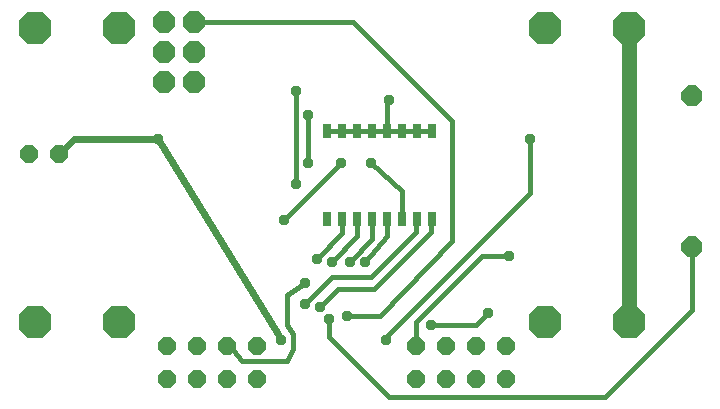
<source format=gbl>
G75*
%MOIN*%
%OFA0B0*%
%FSLAX25Y25*%
%IPPOS*%
%LPD*%
%AMOC8*
5,1,8,0,0,1.08239X$1,22.5*
%
%ADD10OC8,0.06000*%
%ADD11OC8,0.10950*%
%ADD12OC8,0.07400*%
%ADD13OC8,0.07000*%
%ADD14R,0.03000X0.05000*%
%ADD15C,0.01600*%
%ADD16OC8,0.03562*%
%ADD17C,0.05000*%
%ADD18C,0.02400*%
D10*
X0069800Y0015800D03*
X0079800Y0015800D03*
X0089800Y0015800D03*
X0099800Y0015800D03*
X0099800Y0026800D03*
X0089800Y0026800D03*
X0079800Y0026800D03*
X0069800Y0026800D03*
X0152800Y0026800D03*
X0162800Y0026800D03*
X0172800Y0026800D03*
X0182800Y0026800D03*
X0182800Y0015800D03*
X0172800Y0015800D03*
X0162800Y0015800D03*
X0152800Y0015800D03*
X0033800Y0090800D03*
X0023800Y0090800D03*
D11*
X0025800Y0034800D03*
X0053800Y0034800D03*
X0195800Y0034800D03*
X0223800Y0034800D03*
X0223800Y0132800D03*
X0195800Y0132800D03*
X0053800Y0132800D03*
X0025800Y0132800D03*
D12*
X0068800Y0134800D03*
X0078800Y0134800D03*
X0078800Y0124800D03*
X0068800Y0124800D03*
X0068800Y0114800D03*
X0078800Y0114800D03*
D13*
X0244800Y0109997D03*
X0244800Y0059603D03*
D14*
X0158300Y0069233D03*
X0153300Y0069233D03*
X0148300Y0069233D03*
X0143300Y0069233D03*
X0138300Y0069233D03*
X0133300Y0069233D03*
X0128300Y0069233D03*
X0123300Y0069233D03*
X0123300Y0098367D03*
X0128300Y0098367D03*
X0133300Y0098367D03*
X0138300Y0098367D03*
X0143300Y0098367D03*
X0148300Y0098367D03*
X0153300Y0098367D03*
X0158300Y0098367D03*
D15*
X0153300Y0098367D01*
X0148300Y0098367D01*
X0143300Y0098367D01*
X0143300Y0108300D01*
X0143800Y0108800D01*
X0143300Y0098367D02*
X0138300Y0098367D01*
X0133300Y0098367D01*
X0128300Y0098367D01*
X0123300Y0098367D01*
X0116800Y0103800D02*
X0116800Y0087800D01*
X0116926Y0087674D01*
X0112776Y0080824D02*
X0112776Y0111776D01*
X0112800Y0111800D01*
X0127800Y0087800D02*
X0108800Y0068800D01*
X0119800Y0055800D02*
X0128300Y0064300D01*
X0128300Y0069233D01*
X0133300Y0069233D02*
X0133300Y0063300D01*
X0124800Y0054800D01*
X0124800Y0049800D02*
X0137800Y0049800D01*
X0152800Y0064800D01*
X0152800Y0068733D01*
X0153300Y0069233D01*
X0157800Y0068733D02*
X0158300Y0069233D01*
X0157800Y0068733D02*
X0157800Y0064800D01*
X0138800Y0045800D01*
X0126800Y0045800D01*
X0120800Y0039800D01*
X0123800Y0035800D02*
X0123800Y0029800D01*
X0143800Y0009800D01*
X0215800Y0009800D01*
X0244800Y0038800D01*
X0244800Y0059603D01*
X0190800Y0077800D02*
X0190800Y0095800D01*
X0164800Y0101800D02*
X0131800Y0134800D01*
X0078800Y0134800D01*
X0137800Y0087800D02*
X0148300Y0078300D01*
X0148300Y0069233D01*
X0143300Y0069233D02*
X0143300Y0063300D01*
X0135800Y0054800D01*
X0130800Y0054800D02*
X0138300Y0062300D01*
X0138300Y0069233D01*
X0164800Y0061800D02*
X0164800Y0101800D01*
X0190800Y0077800D02*
X0142800Y0029800D01*
X0142800Y0028800D01*
X0140800Y0036800D02*
X0164800Y0061800D01*
X0174800Y0056800D02*
X0183800Y0056800D01*
X0174800Y0056800D02*
X0152800Y0034800D01*
X0152800Y0026800D01*
X0157800Y0033800D02*
X0172800Y0033800D01*
X0176800Y0037800D01*
X0140800Y0036800D02*
X0129800Y0036800D01*
X0124800Y0049800D02*
X0115800Y0040800D01*
X0109800Y0043800D02*
X0115800Y0047800D01*
X0109800Y0043800D02*
X0109800Y0033800D01*
X0111800Y0030800D01*
X0111800Y0025800D01*
X0109800Y0021800D01*
X0094800Y0021800D01*
X0090800Y0026800D01*
X0089800Y0026800D01*
D16*
X0107800Y0028800D03*
X0120800Y0039800D03*
X0123800Y0035800D03*
X0129800Y0036800D03*
X0115800Y0040800D03*
X0115800Y0047800D03*
X0124800Y0054800D03*
X0119800Y0055800D03*
X0130800Y0054800D03*
X0135800Y0054800D03*
X0108800Y0068800D03*
X0112776Y0080824D03*
X0116926Y0087674D03*
X0127800Y0087800D03*
X0137800Y0087800D03*
X0116800Y0103800D03*
X0112800Y0111800D03*
X0143800Y0108800D03*
X0190800Y0095800D03*
X0183800Y0056800D03*
X0176800Y0037800D03*
X0157800Y0033800D03*
X0142800Y0028800D03*
X0066800Y0095800D03*
D17*
X0223800Y0132800D02*
X0223800Y0034800D01*
D18*
X0107800Y0028800D02*
X0106700Y0030900D01*
X0066800Y0095800D01*
X0038800Y0095800D01*
X0033800Y0090800D01*
M02*

</source>
